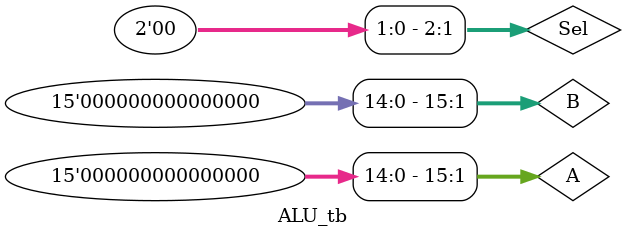
<source format=sv>

module ALU(A, B, Sel, Q);

// This ALU has eight functions:
// if s == 0 the output is 0
// if s == 1 the output is A + B
// if s == 2 the output is A - B
// if s == 3 the output is A (pass-through)
// if s == 4 the output is A ^ B
// if s == 5 the output is A | B
// if s == 6 the output is A & B
// if s == 7 the output is A + 1;
// if additional functions added for future expansion
// you need to expand the selecting signal too

	input [2:0] Sel; // function select
	input [15:0] A, B; // input data
	output logic [15:0] Q; // ALU output (result)

	always @* begin

	case(Sel)

	3'd0 : Q = 0;
	3'd1 : Q = A + B;
	3'd2 : Q = A - B;
	3'd3 : Q = A;
	3'd4 : Q = A ^ B;
	3'd5 : Q = A | B;
	3'd6 : Q = A & B;
	3'd7 : Q = A + 16'd1;
	
	endcase
	
	end

endmodule

module ALU_tb();

	logic [2:0] Sel; // function select
	logic [15:0] A, B; // input data
	logic [15:0] Q; // ALU output (result)

	ALU DUT(A, B, Sel, Q);

	initial begin

	for(int i = 0; i < 50; i++) begin 

		A = $random;
		B = $random;
		Sel = $random;
		#20;

	end

	end
	
	initial $monitor("Binary: A = %b \t B = %b \t Sel = %b \t Q = %b \t\t Hex: A = %h \t B = %h \t Sel = %h \t Q = %h", A, B, Sel, Q, A, B, Sel, Q);
	
endmodule

</source>
